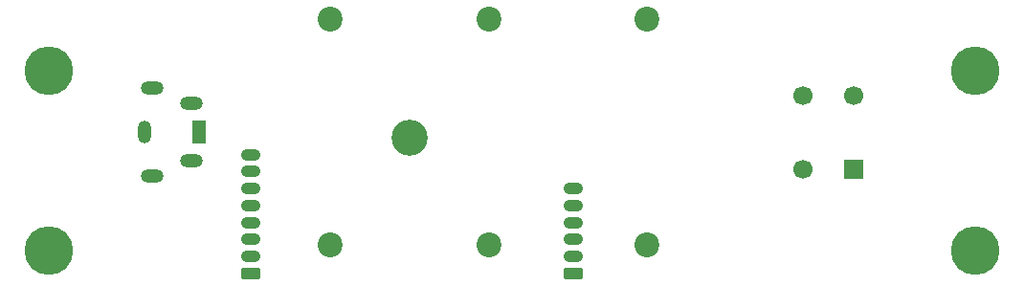
<source format=gbr>
%TF.GenerationSoftware,KiCad,Pcbnew,8.0.8*%
%TF.CreationDate,2025-01-30T12:00:52+07:00*%
%TF.ProjectId,CH170_FrontPanel,43483137-305f-4467-926f-6e7450616e65,rev?*%
%TF.SameCoordinates,Original*%
%TF.FileFunction,Soldermask,Top*%
%TF.FilePolarity,Negative*%
%FSLAX46Y46*%
G04 Gerber Fmt 4.6, Leading zero omitted, Abs format (unit mm)*
G04 Created by KiCad (PCBNEW 8.0.8) date 2025-01-30 12:00:52*
%MOMM*%
%LPD*%
G01*
G04 APERTURE LIST*
G04 Aperture macros list*
%AMRoundRect*
0 Rectangle with rounded corners*
0 $1 Rounding radius*
0 $2 $3 $4 $5 $6 $7 $8 $9 X,Y pos of 4 corners*
0 Add a 4 corners polygon primitive as box body*
4,1,4,$2,$3,$4,$5,$6,$7,$8,$9,$2,$3,0*
0 Add four circle primitives for the rounded corners*
1,1,$1+$1,$2,$3*
1,1,$1+$1,$4,$5*
1,1,$1+$1,$6,$7*
1,1,$1+$1,$8,$9*
0 Add four rect primitives between the rounded corners*
20,1,$1+$1,$2,$3,$4,$5,0*
20,1,$1+$1,$4,$5,$6,$7,0*
20,1,$1+$1,$6,$7,$8,$9,0*
20,1,$1+$1,$8,$9,$2,$3,0*%
G04 Aperture macros list end*
%ADD10R,1.200000X2.000000*%
%ADD11O,2.000000X1.200000*%
%ADD12O,1.200000X2.000000*%
%ADD13C,3.200000*%
%ADD14C,2.200000*%
%ADD15C,4.300000*%
%ADD16RoundRect,0.250000X0.615000X-0.265000X0.615000X0.265000X-0.615000X0.265000X-0.615000X-0.265000X0*%
%ADD17O,1.730000X1.030000*%
%ADD18R,1.700000X1.700000*%
%ADD19C,1.700000*%
G04 APERTURE END LIST*
D10*
%TO.C,J101*%
X123742000Y-95736000D03*
D11*
X119592000Y-99636000D03*
X123092000Y-98286000D03*
D12*
X118942000Y-95736000D03*
D11*
X119592000Y-91836000D03*
X123092000Y-93186000D03*
%TD*%
D13*
%TO.C,H103*%
X142376000Y-96264000D03*
%TD*%
D14*
%TO.C,H105*%
X149342000Y-85736000D03*
%TD*%
D15*
%TO.C,H102*%
X110426000Y-106264000D03*
%TD*%
%TO.C,H107*%
X192426000Y-90264000D03*
%TD*%
D14*
%TO.C,H104*%
X135342000Y-85736000D03*
%TD*%
D15*
%TO.C,H108*%
X192426000Y-106264000D03*
%TD*%
D14*
%TO.C,H106*%
X163342000Y-85736000D03*
%TD*%
%TO.C,H111*%
X163342000Y-105736000D03*
%TD*%
%TO.C,H109*%
X135342000Y-105736000D03*
%TD*%
D15*
%TO.C,H101*%
X110426000Y-90264000D03*
%TD*%
D14*
%TO.C,H110*%
X149342000Y-105736000D03*
%TD*%
D16*
%TO.C,J103*%
X156842000Y-108236000D03*
D17*
X156842000Y-106736000D03*
X156842000Y-105236000D03*
X156842000Y-103736000D03*
X156842000Y-102236000D03*
X156842000Y-100736000D03*
%TD*%
D16*
%TO.C,J102*%
X128342000Y-108236000D03*
D17*
X128342000Y-106736000D03*
X128342000Y-105236000D03*
X128342000Y-103736000D03*
X128342000Y-102236000D03*
X128342000Y-100736000D03*
X128342000Y-99236000D03*
X128342000Y-97736000D03*
%TD*%
D18*
%TO.C,SW101*%
X181650727Y-98989262D03*
D19*
X181650727Y-92489262D03*
X177150727Y-98989262D03*
X177150727Y-92489262D03*
%TD*%
M02*

</source>
